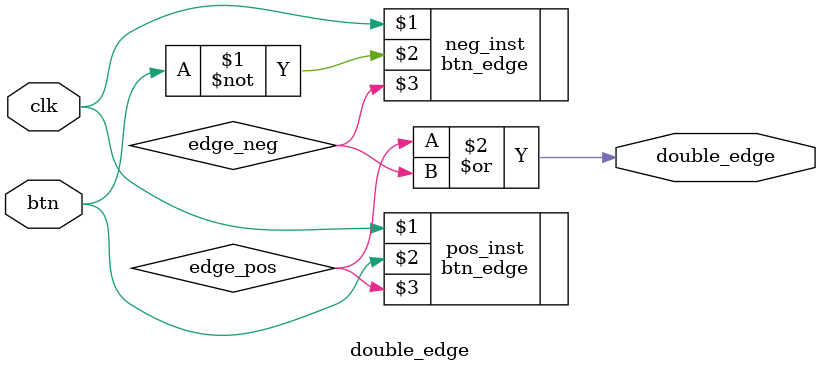
<source format=v>
`timescale 1ns / 1ps


module double_edge(
        input clk, btn,
        output double_edge
    );
    wire edge_pos, edge_neg;
    btn_edge pos_inst(clk, btn, edge_pos);
    btn_edge neg_inst(clk, ~btn, edge_neg);
    assign double_edge = edge_pos | edge_neg;

endmodule

</source>
